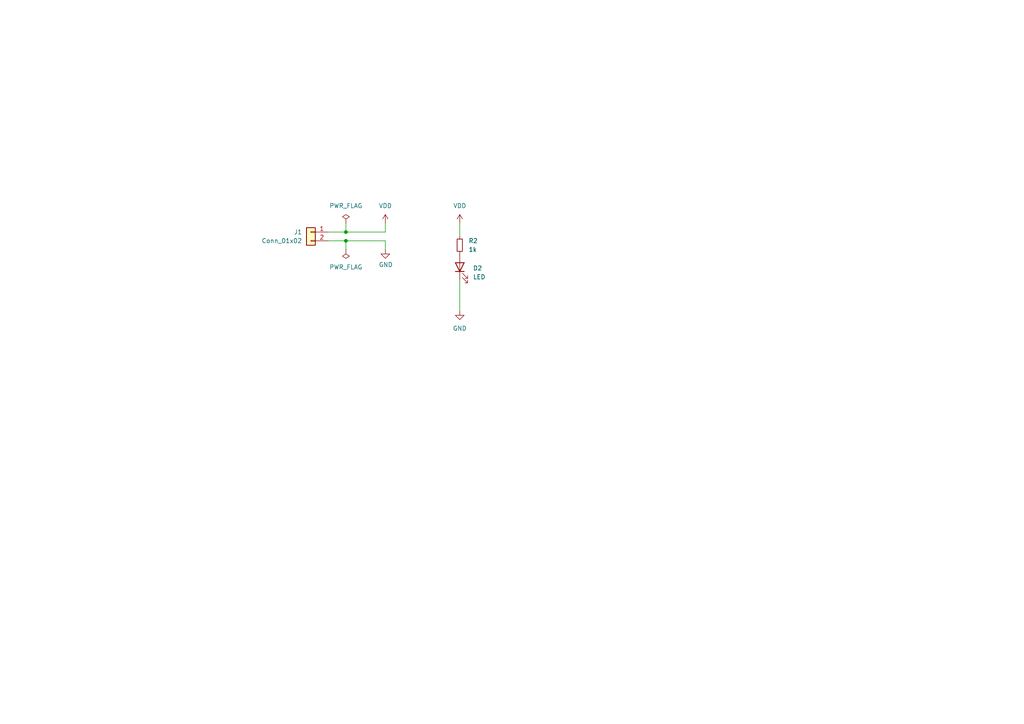
<source format=kicad_sch>
(kicad_sch (version 20231120) (generator "eeschema") (generator_version "8.0")
  (paper "A4")
  (lib_symbols
    (symbol "Connector_Generic:Conn_01x02" (pin_names (offset 1.016) hide)
      (property "Reference" "J" (at 0 2.54 0))
      (property "Value" "Conn_01x02" (at 0 -5.08 0))
      (symbol "Conn_01x02_1_1"
        (rectangle (start -1.27 -2.413) (end 0 -2.667) (stroke (width 0.1524)))
        (rectangle (start -1.27 0.127) (end 0 -0.127) (stroke (width 0.1524)))
        (rectangle (start -1.27 1.27) (end 1.27 -3.81) (stroke (width 0.254)) (fill (type background)))
        (pin passive line (at -5.08 0 0) (length 3.81) (name "Pin_1") (number "1"))
        (pin passive line (at -5.08 -2.54 0) (length 3.81) (name "Pin_2") (number "2"))
      )
    )
    (symbol "Device:LED" (pin_numbers hide) (pin_names (offset 1.016) hide)
      (property "Reference" "D" (at 0 2.54 0))
      (property "Value" "LED" (at 0 -2.54 0))
      (symbol "LED_0_1"
        (polyline (pts (xy -1.27 -1.27) (xy -1.27 1.27)) (stroke (width 0.254)))
        (polyline (pts (xy -1.27 0) (xy 1.27 0)))
        (polyline (pts (xy 1.27 -1.27) (xy 1.27 1.27) (xy -1.27 0) (xy 1.27 -1.27)) (stroke (width 0.254)))
        (polyline (pts (xy -3.048 -0.762) (xy -4.572 -2.286) (xy -3.81 -2.286) (xy -4.572 -2.286) (xy -4.572 -1.524)))
        (polyline (pts (xy -1.778 -0.762) (xy -3.302 -2.286) (xy -2.54 -2.286) (xy -3.302 -2.286) (xy -3.302 -1.524)))
      )
      (symbol "LED_1_1"
        (pin passive line (at -3.81 0 0) (length 2.54) (name "K") (number "1"))
        (pin passive line (at 3.81 0 180) (length 2.54) (name "A") (number "2"))
      )
    )
    (symbol "Device:R_Small" (pin_numbers hide) (pin_names (offset 0.254) hide)
      (property "Reference" "R" (at 0.762 0.508 0))
      (property "Value" "R_Small" (at 0.762 -1.016 0))
      (symbol "R_Small_0_1"
        (rectangle (start -0.762 1.778) (end 0.762 -1.778) (stroke (width 0.2032)))
      )
      (symbol "R_Small_1_1"
        (pin passive line (at 0 2.54 270) (length 0.762) (name "~") (number "1"))
        (pin passive line (at 0 -2.54 90) (length 0.762) (name "~") (number "2"))
      )
    )
    (symbol "power:GND" (power) (pin_names (offset 0))
      (property "Value" "GND" (at 0 -3.81 0))
      (symbol "GND_0_1"
        (polyline (pts (xy 0 0) (xy 0 -1.27) (xy 1.27 -1.27) (xy 0 -2.54) (xy -1.27 -1.27) (xy 0 -1.27)))
      )
      (symbol "GND_1_1"
        (pin power_in line (at 0 0 270) (length 0) hide (name "GND") (number "1"))
      )
    )
    (symbol "power:PWR_FLAG" (power) (pin_numbers hide) (pin_names (offset 0) hide)
      (property "Value" "PWR_FLAG" (at 0 3.81 0))
      (symbol "PWR_FLAG_0_0"
        (pin power_out line (at 0 0 90) (length 0) (name "~") (number "1"))
      )
      (symbol "PWR_FLAG_0_1"
        (polyline (pts (xy 0 0) (xy 0 1.27) (xy -1.016 1.905) (xy 0 2.54) (xy 1.016 1.905) (xy 0 1.27)))
      )
    )
    (symbol "power:VDD" (power) (pin_numbers hide) (pin_names (offset 0) hide)
      (property "Value" "VDD" (at 0 3.556 0))
      (symbol "VDD_0_1"
        (polyline (pts (xy -0.762 1.27) (xy 0 2.54)))
        (polyline (pts (xy 0 0) (xy 0 2.54)))
        (polyline (pts (xy 0 2.54) (xy 0.762 1.27)))
      )
      (symbol "VDD_1_1"
        (pin power_in line (at 0 0 90) (length 0) (name "~") (number "1"))
      )
    )
  )
  (junction (at 100.33 69.85))
  (junction (at 100.33 67.31))
  (wire (pts (xy 111.76 64.77) (xy 111.76 67.31)))
  (wire (pts (xy 133.35 64.77) (xy 133.35 68.58)))
  (wire (pts (xy 133.35 81.28) (xy 133.35 90.17)))
  (wire (pts (xy 100.33 67.31) (xy 95.25 67.31)))
  (wire (pts (xy 111.76 69.85) (xy 100.33 69.85)))
  (wire (pts (xy 100.33 69.85) (xy 100.33 72.39)))
  (wire (pts (xy 100.33 64.77) (xy 100.33 67.31)))
  (wire (pts (xy 111.76 72.39) (xy 111.76 69.85)))
  (wire (pts (xy 100.33 69.85) (xy 95.25 69.85)))
  (wire (pts (xy 111.76 67.31) (xy 100.33 67.31)))
  (symbol (lib_id "Connector_Generic:Conn_01x02") (at 90.17 67.31 0) (mirror y) (unit 1)
    (property "Reference" "J1" (at 87.63 67.3099 0) (effects (justify left)))
    (property "Value" "Conn_01x02" (at 87.63 69.8499 0) (effects (justify left)))
    (property "Description" "Generic connector, single row, 01x02, script generated (kicad-library-utils/schlib/autogen/connector/)" (effects (hide yes)))
  )
  (symbol (lib_id "power:VDD") (at 133.35 64.77 0) (unit 1)
    (property "Reference" "#PWR015" (effects (hide yes)))
    (property "Value" "VDD" (at 133.35 59.69 0))
    (property "Description" "Power symbol creates a global label with name \"VDD\"" (effects (hide yes)))
  )
  (symbol (lib_id "power:VDD") (at 111.76 64.77 0) (unit 1)
    (property "Reference" "#PWR06" (effects (hide yes)))
    (property "Value" "VDD" (at 111.76 59.69 0))
    (property "Description" "Power symbol creates a global label with name \"VDD\"" (effects (hide yes)))
  )
  (symbol (lib_id "power:PWR_FLAG") (at 100.33 72.39 180) (unit 1)
    (property "Reference" "#FLG02" (effects (hide yes)))
    (property "Value" "PWR_FLAG" (at 100.33 77.47 0))
    (property "Description" "Special symbol for telling ERC where power comes from" (effects (hide yes)))
  )
  (symbol (lib_id "power:GND") (at 111.76 72.39 0) (unit 1)
    (property "Reference" "#PWR07" (effects (hide yes)))
    (property "Value" "GND" (at 111.887 76.7842 0))
  )
  (symbol (lib_id "Device:LED") (at 133.35 77.47 90) (unit 1)
    (property "Reference" "D2" (at 137.16 77.7874 90) (effects (justify right)))
    (property "Value" "LED" (at 137.16 80.3274 90) (effects (justify right)))
    (property "Footprint" "LED_SMD:LED_0402_1005Metric" (effects (hide yes)))
  )
  (symbol (lib_id "power:GND") (at 133.35 90.17 0) (unit 1)
    (property "Reference" "#PWR016" (effects (hide yes)))
    (property "Value" "GND" (at 133.35 95.25 0))
  )
  (symbol (lib_id "power:PWR_FLAG") (at 100.33 64.77 0) (unit 1)
    (property "Reference" "#FLG01" (effects (hide yes)))
    (property "Value" "PWR_FLAG" (at 100.33 59.69 0))
    (property "Description" "Special symbol for telling ERC where power comes from" (effects (hide yes)))
  )
  (symbol (lib_id "Device:R_Small") (at 133.35 71.12 0) (unit 1)
    (property "Reference" "R2" (at 135.89 69.8499 0) (effects (justify left)))
    (property "Value" "1k" (at 135.89 72.3899 0) (effects (justify left)))
    (property "Footprint" "Resistor_SMD:R_0201_0603Metric" (effects (hide yes)))
  )
)
</source>
